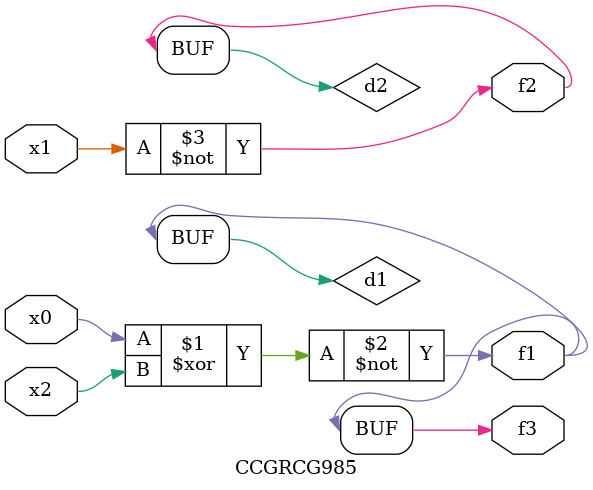
<source format=v>
module CCGRCG985(
	input x0, x1, x2,
	output f1, f2, f3
);

	wire d1, d2, d3;

	xnor (d1, x0, x2);
	nand (d2, x1);
	nor (d3, x1, x2);
	assign f1 = d1;
	assign f2 = d2;
	assign f3 = d1;
endmodule

</source>
